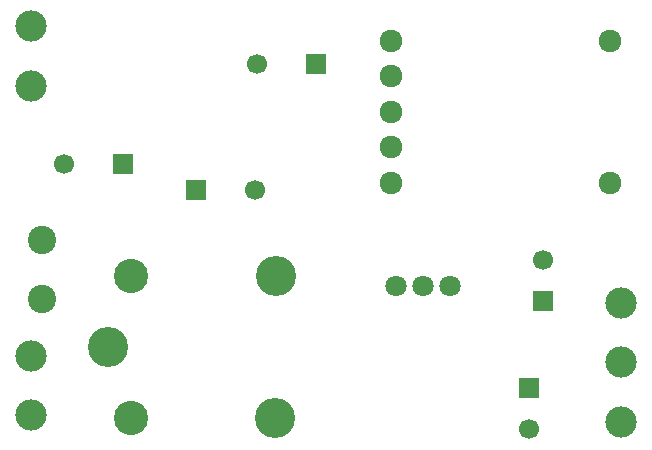
<source format=gbr>
G04 #@! TF.FileFunction,Soldermask,Top*
%FSLAX46Y46*%
G04 Gerber Fmt 4.6, Leading zero omitted, Abs format (unit mm)*
G04 Created by KiCad (PCBNEW 201610091317+7290~55~ubuntu16.04.1-) date Fri Oct 21 11:28:09 2016*
%MOMM*%
%LPD*%
G01*
G04 APERTURE LIST*
%ADD10C,0.100000*%
%ADD11C,1.700000*%
%ADD12R,1.700000X1.700000*%
%ADD13C,2.398980*%
%ADD14C,2.650000*%
%ADD15C,2.900000*%
%ADD16C,3.400000*%
%ADD17C,1.924000*%
%ADD18C,1.800000*%
G04 APERTURE END LIST*
D10*
D11*
X133096000Y-114102000D03*
D12*
X133096000Y-117602000D03*
D13*
X90678000Y-112473740D03*
X90678000Y-117475000D03*
D14*
X89789000Y-94361000D03*
X89789000Y-99364800D03*
D15*
X98247200Y-127531900D03*
D16*
X110447200Y-127531900D03*
X110497200Y-115481900D03*
D15*
X98247200Y-115531900D03*
D16*
X96297200Y-121481900D03*
D12*
X103701840Y-108239560D03*
D11*
X108701840Y-108239560D03*
D12*
X97536000Y-106045000D03*
D11*
X92536000Y-106045000D03*
D12*
X113924080Y-97525840D03*
D11*
X108924080Y-97525840D03*
X131953000Y-128468000D03*
D12*
X131953000Y-124968000D03*
D14*
X89789000Y-122250200D03*
X89789000Y-127254000D03*
D17*
X120269000Y-107607100D03*
X120269000Y-104584500D03*
X120269000Y-101587300D03*
X120269000Y-98564700D03*
X120269000Y-95567500D03*
X138785600Y-107581700D03*
X138760200Y-95567500D03*
D18*
X122936000Y-116332000D03*
X120661000Y-116357000D03*
X125211000Y-116332000D03*
D14*
X139700000Y-122809000D03*
X139700000Y-127812800D03*
X139700000Y-117805200D03*
M02*

</source>
